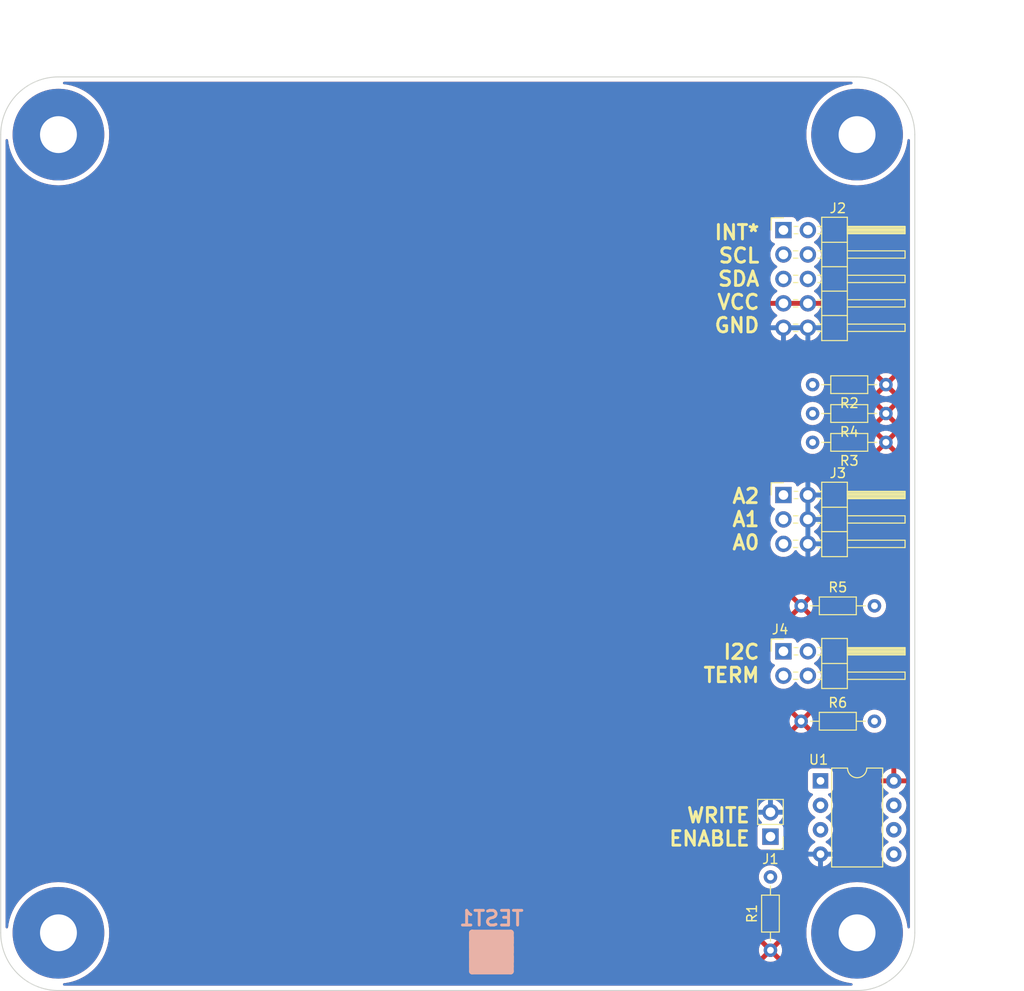
<source format=kicad_pcb>
(kicad_pcb (version 20211014) (generator pcbnew)
  (layers (0 "F.Cu" signal) (31 "B.Cu" signal) (34 "B.Paste" user) (35 "F.Paste" user) (36 "B.SilkS" user "B.Silkscreen") (37 "F.SilkS" user "F.Silkscreen") (38 "B.Mask" user) (39 "F.Mask" user) (44 "Edge.Cuts" user))
  (net 0 "")
  (net 1 "Net-(J1-Pad1)")
  (net 2 "GND")
  (net 5 "/SCL")
  (net 6 "/SDA")
  (net 7 "VCC")
  (net 8 "/A2")
  (net 9 "/A1")
  (net 10 "/A0")
  (net 11 "Net-(J4-Pad2)")
  (net 12 "Net-(J4-Pad4)")
  (footprint "Resistor_THT:R_Axial_DIN0204_L3.6mm_D1.6mm_P7.62mm_Horizontal" (layer "F.Cu") (at 138.19 82)
    (fp_text reference "R5" (at 3.81 -1.92) (layer "F.SilkS"))
    (fp_text value "2.2K")
    (fp_line (start 6.68 0) (end 5.73 0) (layer "F.SilkS") (width 0.12))
    (fp_line (start 5.73 -0.92) (end 1.89 -0.92) (layer "F.SilkS") (width 0.12))
    (fp_line (start 5.73 0.92) (end 5.73 -0.92) (layer "F.SilkS") (width 0.12))
    (fp_line (start 0.94 0) (end 1.89 0) (layer "F.SilkS") (width 0.12))
    (fp_line (start 1.89 -0.92) (end 1.89 0.92) (layer "F.SilkS") (width 0.12))
    (fp_line (start 1.89 0.92) (end 5.73 0.92) (layer "F.SilkS") (width 0.12))
    (pad "1" thru_hole circle (at 0 0) (size 1.4 1.4) (drill 0.7) (layers *.Cu *.Mask) (net 7 "VCC"))
    (pad "2" thru_hole oval (at 7.62 0) (size 1.4 1.4) (drill 0.7) (layers *.Cu *.Mask) (net 11 "Net-(J4-Pad2)"))
  )
  (footprint "Resistor_THT:R_Axial_DIN0204_L3.6mm_D1.6mm_P7.62mm_Horizontal" (layer "F.Cu") (at 147 59 180)
    (fp_text reference "R2" (at 3.81 -1.92) (layer "F.SilkS"))
    (fp_text value "2.2K")
    (fp_line (start 5.73 -0.92) (end 1.89 -0.92) (layer "F.SilkS") (width 0.12))
    (fp_line (start 1.89 0.92) (end 5.73 0.92) (layer "F.SilkS") (width 0.12))
    (fp_line (start 0.94 0) (end 1.89 0) (layer "F.SilkS") (width 0.12))
    (fp_line (start 5.73 0.92) (end 5.73 -0.92) (layer "F.SilkS") (width 0.12))
    (fp_line (start 1.89 -0.92) (end 1.89 0.92) (layer "F.SilkS") (width 0.12))
    (fp_line (start 6.68 0) (end 5.73 0) (layer "F.SilkS") (width 0.12))
    (pad "1" thru_hole circle (at 0 0 180) (size 1.4 1.4) (drill 0.7) (layers *.Cu *.Mask) (net 7 "VCC"))
    (pad "2" thru_hole oval (at 7.62 0 180) (size 1.4 1.4) (drill 0.7) (layers *.Cu *.Mask) (net 8 "/A2"))
  )
  (footprint "Connector_PinHeader_2.54mm:PinHeader_1x02_P2.54mm_Vertical" (layer "F.Cu") (at 135 106 180)
    (fp_text reference "J1" (at 0 -2.33) (layer "F.SilkS"))
    (fp_text value "Conn_01x02")
    (fp_line (start -1.33 0) (end -1.33 -1.33) (layer "F.SilkS") (width 0.12))
    (fp_line (start -1.33 1.27) (end 1.33 1.27) (layer "F.SilkS") (width 0.12))
    (fp_line (start -1.33 -1.33) (end 0 -1.33) (layer "F.SilkS") (width 0.12))
    (fp_line (start 1.33 1.27) (end 1.33 3.87) (layer "F.SilkS") (width 0.12))
    (fp_line (start -1.33 3.87) (end 1.33 3.87) (layer "F.SilkS") (width 0.12))
    (fp_line (start -1.33 1.27) (end -1.33 3.87) (layer "F.SilkS") (width 0.12))
    (pad "1" thru_hole rect (at 0 0 180) (size 1.7 1.7) (drill 1) (layers *.Cu *.Mask) (net 1 "Net-(J1-Pad1)"))
    (pad "2" thru_hole oval (at 0 2.54 180) (size 1.7 1.7) (drill 1) (layers *.Cu *.Mask) (net 2 "GND"))
  )
  (footprint "Package_DIP:DIP-8_W7.62mm" (layer "F.Cu") (at 140.2 100.2)
    (fp_text reference "U1" (at -0.2 -2.2) (layer "F.SilkS"))
    (fp_text value "24lC024")
    (fp_line (start 6.46 8.95) (end 6.46 -1.33) (layer "F.SilkS") (width 0.12))
    (fp_line (start 2.81 -1.33) (end 1.16 -1.33) (layer "F.SilkS") (width 0.12))
    (fp_line (start 1.16 8.95) (end 6.46 8.95) (layer "F.SilkS") (width 0.12))
    (fp_line (start 6.46 -1.33) (end 4.81 -1.33) (layer "F.SilkS") (width 0.12))
    (fp_line (start 1.16 -1.33) (end 1.16 8.95) (layer "F.SilkS") (width 0.12))
    (fp_arc (start 4.81 -1.33) (mid 3.81 -0.33) (end 2.81 -1.33) (layer "F.SilkS") (width 0.12))
    (pad "1" thru_hole rect (at 0 0) (size 1.6 1.6) (drill 0.8) (layers *.Cu *.Mask) (net 10 "/A0"))
    (pad "2" thru_hole oval (at 0 2.54) (size 1.6 1.6) (drill 0.8) (layers *.Cu *.Mask) (net 9 "/A1"))
    (pad "3" thru_hole oval (at 0 5.08) (size 1.6 1.6) (drill 0.8) (layers *.Cu *.Mask) (net 8 "/A2"))
    (pad "4" thru_hole oval (at 0 7.62) (size 1.6 1.6) (drill 0.8) (layers *.Cu *.Mask) (net 2 "GND"))
    (pad "5" thru_hole oval (at 7.62 7.62) (size 1.6 1.6) (drill 0.8) (layers *.Cu *.Mask) (net 6 "/SDA"))
    (pad "6" thru_hole oval (at 7.62 5.08) (size 1.6 1.6) (drill 0.8) (layers *.Cu *.Mask) (net 5 "/SCL"))
    (pad "7" thru_hole oval (at 7.62 2.54) (size 1.6 1.6) (drill 0.8) (layers *.Cu *.Mask) (net 1 "Net-(J1-Pad1)"))
    (pad "8" thru_hole oval (at 7.62 0) (size 1.6 1.6) (drill 0.8) (layers *.Cu *.Mask) (net 7 "VCC"))
  )
  (footprint "LandBoards_MountHoles:MTG-6-32" (layer "F.Cu") (at 144 33)
    (fp_text reference "MTG4" hide)
    (fp_text value "MTG_HOLE" hide)
    (pad "1" thru_hole circle locked (at 0 0) (size 9.525 9.525) (drill 3.8354) (layers *.Cu *.Mask) (clearance 0.508))
  )
  (footprint "Resistor_THT:R_Axial_DIN0204_L3.6mm_D1.6mm_P7.62mm_Horizontal" (layer "F.Cu") (at 135 117.81 90)
    (fp_text reference "R1" (at 3.81 -1.92 90) (layer "F.SilkS"))
    (fp_text value "1K")
    (fp_line (start 1.89 -0.92) (end 1.89 0.92) (layer "F.SilkS") (width 0.12))
    (fp_line (start 1.89 0.92) (end 5.73 0.92) (layer "F.SilkS") (width 0.12))
    (fp_line (start 6.68 0) (end 5.73 0) (layer "F.SilkS") (width 0.12))
    (fp_line (start 5.73 0.92) (end 5.73 -0.92) (layer "F.SilkS") (width 0.12))
    (fp_line (start 0.94 0) (end 1.89 0) (layer "F.SilkS") (width 0.12))
    (fp_line (start 5.73 -0.92) (end 1.89 -0.92) (layer "F.SilkS") (width 0.12))
    (pad "1" thru_hole circle (at 0 0 90) (size 1.4 1.4) (drill 0.7) (layers *.Cu *.Mask) (net 7 "VCC"))
    (pad "2" thru_hole oval (at 7.62 0 90) (size 1.4 1.4) (drill 0.7) (layers *.Cu *.Mask) (net 1 "Net-(J1-Pad1)"))
  )
  (footprint "Connector_PinHeader_2.54mm:PinHeader_2x02_P2.54mm_Horizontal" (layer "F.Cu") (at 136.35 86.725)
    (fp_text reference "J4" (at -0.35 -2.27) (layer "F.SilkS"))
    (fp_text value "Conn_02x02_Odd_Even")
    (fp_line (start 3.582929 0.38) (end 3.98 0.38) (layer "F.SilkS") (width 0.12))
    (fp_line (start 3.98 3.87) (end 6.64 3.87) (layer "F.SilkS") (width 0.12))
    (fp_line (start 6.64 -1.33) (end 3.98 -1.33) (layer "F.SilkS") (width 0.12))
    (fp_line (start 1.042929 2.16) (end 1.497071 2.16) (layer "F.SilkS") (width 0.12))
    (fp_line (start 1.042929 2.92) (end 1.497071 2.92) (layer "F.SilkS") (width 0.12))
    (fp_line (start -1.27 -1.27) (end 0 -1.27) (layer "F.SilkS") (width 0.12))
    (fp_line (start 3.582929 -0.38) (end 3.98 -0.38) (layer "F.SilkS") (width 0.12))
    (fp_line (start 6.64 3.87) (end 6.64 -1.33) (layer "F.SilkS") (width 0.12))
    (fp_line (start 3.582929 2.16) (end 3.98 2.16) (layer "F.SilkS") (width 0.12))
    (fp_line (start 6.64 0.28) (end 12.64 0.28) (layer "F.SilkS") (width 0.12))
    (fp_line (start 6.64 -0.38) (end 12.64 -0.38) (layer "F.SilkS") (width 0.12))
    (fp_line (start -1.27 0) (end -1.27 -1.27) (layer "F.SilkS") (width 0.12))
    (fp_line (start 6.64 0.16) (end 12.64 0.16) (layer "F.SilkS") (width 0.12))
    (fp_line (start 6.64 2.16) (end 12.64 2.16) (layer "F.SilkS") (width 0.12))
    (fp_line (start 6.64 -0.32) (end 12.64 -0.32) (layer "F.SilkS") (width 0.12))
    (fp_line (start 6.64 -0.08) (end 12.64 -0.08) (layer "F.SilkS") (width 0.12))
    (fp_line (start 3.582929 2.92) (end 3.98 2.92) (layer "F.SilkS") (width 0.12))
    (fp_line (start 1.11 -0.38) (end 1.497071 -0.38) (layer "F.SilkS") (width 0.12))
    (fp_line (start 12.64 -0.38) (end 12.64 0.38) (layer "F.SilkS") (width 0.12))
    (fp_line (start 12.64 0.38) (end 6.64 0.38) (layer "F.SilkS") (width 0.12))
    (fp_line (start 1.11 0.38) (end 1.497071 0.38) (layer "F.SilkS") (width 0.12))
    (fp_line (start 6.64 0.04) (end 12.64 0.04) (layer "F.SilkS") (width 0.12))
    (fp_line (start 12.64 2.92) (end 6.64 2.92) (layer "F.SilkS") (width 0.12))
    (fp_line (start 12.64 2.16) (end 12.64 2.92) (layer "F.SilkS") (width 0.12))
    (fp_line (start 3.98 -1.33) (end 3.98 3.87) (layer "F.SilkS") (width 0.12))
    (fp_line (start 3.98 1.27) (end 6.64 1.27) (layer "F.SilkS") (width 0.12))
    (fp_line (start 6.64 -0.2) (end 12.64 -0.2) (layer "F.SilkS") (width 0.12))
    (pad "1" thru_hole rect (at 0 0) (size 1.7 1.7) (drill 1) (layers *.Cu *.Mask) (net 6 "/SDA"))
    (pad "2" thru_hole oval (at 2.54 0) (size 1.7 1.7) (drill 1) (layers *.Cu *.Mask) (net 11 "Net-(J4-Pad2)"))
    (pad "3" thru_hole oval (at 0 2.54) (size 1.7 1.7) (drill 1) (layers *.Cu *.Mask) (net 5 "/SCL"))
    (pad "4" thru_hole oval (at 2.54 2.54) (size 1.7 1.7) (drill 1) (layers *.Cu *.Mask) (net 12 "Net-(J4-Pad4)"))
  )
  (footprint "Connector_PinHeader_2.54mm:PinHeader_2x05_P2.54mm_Horizontal" (layer "F.Cu") (at 136.35 42.925)
    (fp_text reference "J2" (at 5.655 -2.27) (layer "F.SilkS"))
    (fp_text value "Conn_02x05_Odd_Even")
    (fp_line (start 3.98 6.35) (end 6.64 6.35) (layer "F.SilkS") (width 0.12))
    (fp_line (start 6.64 11.49) (end 6.64 -1.33) (layer "F.SilkS") (width 0.12))
    (fp_line (start 6.64 -0.2) (end 12.64 -0.2) (layer "F.SilkS") (width 0.12))
    (fp_line (start 3.582929 9.78) (end 3.98 9.78) (layer "F.SilkS") (width 0.12))
    (fp_line (start 3.582929 -0.38) (end 3.98 -0.38) (layer "F.SilkS") (width 0.12))
    (fp_line (start 6.64 0.04) (end 12.64 0.04) (layer "F.SilkS") (width 0.12))
    (fp_line (start 3.582929 2.92) (end 3.98 2.92) (layer "F.SilkS") (width 0.12))
    (fp_line (start 12.64 9.78) (end 12.64 10.54) (layer "F.SilkS") (width 0.12))
    (fp_line (start 1.042929 10.54) (end 1.497071 10.54) (layer "F.SilkS") (width 0.12))
    (fp_line (start 3.582929 0.38) (end 3.98 0.38) (layer "F.SilkS") (width 0.12))
    (fp_line (start 12.64 10.54) (end 6.64 10.54) (layer "F.SilkS") (width 0.12))
    (fp_line (start 6.64 4.7) (end 12.64 4.7) (layer "F.SilkS") (width 0.12))
    (fp_line (start 1.042929 7.24) (end 1.497071 7.24) (layer "F.SilkS") (width 0.12))
    (fp_line (start 12.64 7.24) (end 12.64 8) (layer "F.SilkS") (width 0.12))
    (fp_line (start -1.27 -1.27) (end 0 -1.27) (layer "F.SilkS") (width 0.12))
    (fp_line (start 12.64 5.46) (end 6.64 5.46) (layer "F.SilkS") (width 0.12))
    (fp_line (start 12.64 2.92) (end 6.64 2.92) (layer "F.SilkS") (width 0.12))
    (fp_line (start 6.64 2.16) (end 12.64 2.16) (layer "F.SilkS") (width 0.12))
    (fp_line (start 3.98 3.81) (end 6.64 3.81) (layer "F.SilkS") (width 0.12))
    (fp_line (start 12.64 0.38) (end 6.64 0.38) (layer "F.SilkS") (width 0.12))
    (fp_line (start 6.64 -1.33) (end 3.98 -1.33) (layer "F.SilkS") (width 0.12))
    (fp_line (start 3.582929 8) (end 3.98 8) (layer "F.SilkS") (width 0.12))
    (fp_line (start 6.64 -0.38) (end 12.64 -0.38) (layer "F.SilkS") (width 0.12))
    (fp_line (start 3.582929 5.46) (end 3.98 5.46) (layer "F.SilkS") (width 0.12))
    (fp_line (start 1.042929 8) (end 1.497071 8) (layer "F.SilkS") (width 0.12))
    (fp_line (start 12.64 4.7) (end 12.64 5.46) (layer "F.SilkS") (width 0.12))
    (fp_line (start 3.98 8.89) (end 6.64 8.89) (layer "F.SilkS") (width 0.12))
    (fp_line (start 3.582929 2.16) (end 3.98 2.16) (layer "F.SilkS") (width 0.12))
    (fp_line (start 6.64 -0.32) (end 12.64 -0.32) (layer "F.SilkS") (width 0.12))
    (fp_line (start 12.64 2.16) (end 12.64 2.92) (layer "F.SilkS") (width 0.12))
    (fp_line (start 6.64 0.28) (end 12.64 0.28) (layer "F.SilkS") (width 0.12))
    (fp_line (start 1.042929 4.7) (end 1.497071 4.7) (layer "F.SilkS") (width 0.12))
    (fp_line (start 12.64 -0.38) (end 12.64 0.38) (layer "F.SilkS") (width 0.12))
    (fp_line (start 1.042929 2.16) (end 1.497071 2.16) (layer "F.SilkS") (width 0.12))
    (fp_line (start 6.64 9.78) (end 12.64 9.78) (layer "F.SilkS") (width 0.12))
    (fp_line (start 1.042929 2.92) (end 1.497071 2.92) (layer "F.SilkS") (width 0.12))
    (fp_line (start 1.11 -0.38) (end 1.497071 -0.38) (layer "F.SilkS") (width 0.12))
    (fp_line (start 6.64 -0.08) (end 12.64 -0.08) (layer "F.SilkS") (width 0.12))
    (fp_line (start 6.64 0.16) (end 12.64 0.16) (layer "F.SilkS") (width 0.12))
    (fp_line (start 1.042929 9.78) (end 1.497071 9.78) (layer "F.SilkS") (width 0.12))
    (fp_line (start 1.042929 5.46) (end 1.497071 5.46) (layer "F.SilkS") (width 0.12))
    (fp_line (start 3.98 -1.33) (end 3.98 11.49) (layer "F.SilkS") (width 0.12))
    (fp_line (start -1.27 0) (end -1.27 -1.27) (layer "F.SilkS") (width 0.12))
    (fp_line (start 3.582929 4.7) (end 3.98 4.7) (layer "F.SilkS") (width 0.12))
    (fp_line (start 6.64 7.24) (end 12.64 7.24) (layer "F.SilkS") (width 0.12))
    (fp_line (start 1.11 0.38) (end 1.497071 0.38) (layer "F.SilkS") (width 0.12))
    (fp_line (start 3.582929 10.54) (end 3.98 10.54) (layer "F.SilkS") (width 0.12))
    (fp_line (start 3.98 1.27) (end 6.64 1.27) (layer "F.SilkS") (width 0.12))
    (fp_line (start 12.64 8) (end 6.64 8) (layer "F.SilkS") (width 0.12))
    (fp_line (start 3.98 11.49) (end 6.64 11.49) (layer "F.SilkS") (width 0.12))
    (fp_line (start 3.582929 7.24) (end 3.98 7.24) (layer "F.SilkS") (width 0.12))
    (pad "1" thru_hole rect (at 0 0) (size 1.7 1.7) (drill 1) (layers *.Cu *.Mask))
    (pad "2" thru_hole oval (at 2.54 0) (size 1.7 1.7) (drill 1) (layers *.Cu *.Mask))
    (pad "3" thru_hole oval (at 0 2.54) (size 1.7 1.7) (drill 1) (layers *.Cu *.Mask) (net 5 "/SCL"))
    (pad "4" thru_hole oval (at 2.54 2.54) (size 1.7 1.7) (drill 1) (layers *.Cu *.Mask) (net 5 "/SCL"))
    (pad "5" thru_hole oval (at 0 5.08) (size 1.7 1.7) (drill 1) (layers *.Cu *.Mask) (net 6 "/SDA"))
    (pad "6" thru_hole oval (at 2.54 5.08) (size 1.7 1.7) (drill 1) (layers *.Cu *.Mask) (net 6 "/SDA"))
    (pad "7" thru_hole oval (at 0 7.62) (size 1.7 1.7) (drill 1) (layers *.Cu *.Mask) (net 7 "VCC"))
    (pad "8" thru_hole oval (at 2.54 7.62) (size 1.7 1.7) (drill 1) (layers *.Cu *.Mask) (net 7 "VCC"))
    (pad "9" thru_hole oval (at 0 10.16) (size 1.7 1.7) (drill 1) (layers *.Cu *.Mask) (net 2 "GND"))
    (pad "10" thru_hole oval (at 2.54 10.16) (size 1.7 1.7) (drill 1) (layers *.Cu *.Mask) (net 2 "GND"))
  )
  (footprint "LandBoards_MountHoles:MTG-6-32" (layer "F.Cu") (at 61 116)
    (fp_text reference "MTG1" hide)
    (fp_text value "MTG_HOLE" hide)
    (pad "1" thru_hole circle locked (at 0 0) (size 9.525 9.525) (drill 3.8354) (layers *.Cu *.Mask) (clearance 0.508))
  )
  (footprint "Resistor_THT:R_Axial_DIN0204_L3.6mm_D1.6mm_P7.62mm_Horizontal" (layer "F.Cu") (at 147 62 180)
    (fp_text reference "R4" (at 3.81 -1.92) (layer "F.SilkS"))
    (fp_text value "2.2K")
    (fp_line (start 1.89 -0.92) (end 1.89 0.92) (layer "F.SilkS") (width 0.12))
    (fp_line (start 0.94 0) (end 1.89 0) (layer "F.SilkS") (width 0.12))
    (fp_line (start 1.89 0.92) (end 5.73 0.92) (layer "F.SilkS") (width 0.12))
    (fp_line (start 5.73 -0.92) (end 1.89 -0.92) (layer "F.SilkS") (width 0.12))
    (fp_line (start 6.68 0) (end 5.73 0) (layer "F.SilkS") (width 0.12))
    (fp_line (start 5.73 0.92) (end 5.73 -0.92) (layer "F.SilkS") (width 0.12))
    (pad "1" thru_hole circle (at 0 0 180) (size 1.4 1.4) (drill 0.7) (layers *.Cu *.Mask) (net 7 "VCC"))
    (pad "2" thru_hole oval (at 7.62 0 180) (size 1.4 1.4) (drill 0.7) (layers *.Cu *.Mask) (net 10 "/A0"))
  )
  (footprint "Connector_PinHeader_2.54mm:PinHeader_2x03_P2.54mm_Horizontal" (layer "F.Cu") (at 136.35 70.475)
    (fp_text reference "J3" (at 5.655 -2.27) (layer "F.SilkS"))
    (fp_text value "Conn_02x03_Counter_Clockwise")
    (fp_line (start 3.98 3.81) (end 6.64 3.81) (layer "F.SilkS") (width 0.12))
    (fp_line (start 3.582929 2.92) (end 3.98 2.92) (layer "F.SilkS") (width 0.12))
    (fp_line (start 6.64 2.16) (end 12.64 2.16) (layer "F.SilkS") (width 0.12))
    (fp_line (start 12.64 0.38) (end 6.64 0.38) (layer "F.SilkS") (width 0.12))
    (fp_line (start 1.11 0.38) (end 1.497071 0.38) (layer "F.SilkS") (width 0.12))
    (fp_line (start 6.64 4.7) (end 12.64 4.7) (layer "F.SilkS") (width 0.12))
    (fp_line (start 6.64 -1.33) (end 3.98 -1.33) (layer "F.SilkS") (width 0.12))
    (fp_line (start 6.64 -0.08) (end 12.64 -0.08) (layer "F.SilkS") (width 0.12))
    (fp_line (start 6.64 0.28) (end 12.64 0.28) (layer "F.SilkS") (width 0.12))
    (fp_line (start 12.64 2.16) (end 12.64 2.92) (layer "F.SilkS") (width 0.12))
    (fp_line (start 12.64 4.7) (end 12.64 5.46) (layer "F.SilkS") (width 0.12))
    (fp_line (start 6.64 -0.32) (end 12.64 -0.32) (layer "F.SilkS") (width 0.12))
    (fp_line (start 12.64 5.46) (end 6.64 5.46) (layer "F.SilkS") (width 0.12))
    (fp_line (start 1.042929 2.92) (end 1.497071 2.92) (layer "F.SilkS") (width 0.12))
    (fp_line (start -1.27 -1.27) (end 0 -1.27) (layer "F.SilkS") (width 0.12))
    (fp_line (start 3.582929 0.38) (end 3.98 0.38) (layer "F.SilkS") (width 0.12))
    (fp_line (start 1.11 -0.38) (end 1.497071 -0.38) (layer "F.SilkS") (width 0.12))
    (fp_line (start 6.64 -0.38) (end 12.64 -0.38) (layer "F.SilkS") (width 0.12))
    (fp_line (start 1.042929 5.46) (end 1.497071 5.46) (layer "F.SilkS") (width 0.12))
    (fp_line (start 12.64 -0.38) (end 12.64 0.38) (layer "F.SilkS") (width 0.12))
    (fp_line (start 6.64 0.16) (end 12.64 0.16) (layer "F.SilkS") (width 0.12))
    (fp_line (start 6.64 0.04) (end 12.64 0.04) (layer "F.SilkS") (width 0.12))
    (fp_line (start 3.98 -1.33) (end 3.98 6.41) (layer "F.SilkS") (width 0.12))
    (fp_line (start 1.042929 2.16) (end 1.497071 2.16) (layer "F.SilkS") (width 0.12))
    (fp_line (start 3.582929 2.16) (end 3.98 2.16) (layer "F.SilkS") (width 0.12))
    (fp_line (start 3.582929 4.7) (end 3.98 4.7) (layer "F.SilkS") (width 0.12))
    (fp_line (start 6.64 6.41) (end 6.64 -1.33) (layer "F.SilkS") (width 0.12))
    (fp_line (start 3.582929 -0.38) (end 3.98 -0.38) (layer "F.SilkS") (width 0.12))
    (fp_line (start 3.98 1.27) (end 6.64 1.27) (layer "F.SilkS") (width 0.12))
    (fp_line (start 3.582929 5.46) (end 3.98 5.46) (layer "F.SilkS") (width 0.12))
    (fp_line (start 12.64 2.92) (end 6.64 2.92) (layer "F.SilkS") (width 0.12))
    (fp_line (start 3.98 6.41) (end 6.64 6.41) (layer "F.SilkS") (width 0.12))
    (fp_line (start 1.042929 4.7) (end 1.497071 4.7) (layer "F.SilkS") (width 0.12))
    (fp_line (start 6.64 -0.2) (end 12.64 -0.2) (layer "F.SilkS") (width 0.12))
    (fp_line (start -1.27 0) (end -1.27 -1.27) (layer "F.SilkS") (width 0.12))
    (pad "1" thru_hole rect (at 0 0) (size 1.7 1.7) (drill 1) (layers *.Cu *.Mask) (net 8 "/A2"))
    (pad "2" thru_hole oval (at 2.54 0) (size 1.7 1.7) (drill 1) (layers *.Cu *.Mask) (net 2 "GND"))
    (pad "3" thru_hole oval (at 0 2.54) (size 1.7 1.7) (drill 1) (layers *.Cu *.Mask) (net 9 "/A1"))
    (pad "4" thru_hole oval (at 2.54 2.54) (size 1.7 1.7) (drill 1) (layers *.Cu *.Mask) (net 2 "GND"))
    (pad "5" thru_hole oval (at 0 5.08) (size 1.7 1.7) (drill 1) (layers *.Cu *.Mask) (net 10 "/A0"))
    (pad "6" thru_hole oval (at 2.54 5.08) (size 1.7 1.7) (drill 1) (layers *.Cu *.Mask) (net 2 "GND"))
  )
  (footprint "Resistor_THT:R_Axial_DIN0204_L3.6mm_D1.6mm_P7.62mm_Horizontal" (layer "F.Cu") (at 138.19 94)
    (fp_text reference "R6" (at 3.81 -1.92) (layer "F.SilkS"))
    (fp_text value "2.2K")
    (fp_line (start 1.89 0.92) (end 5.73 0.92) (layer "F.SilkS") (width 0.12))
    (fp_line (start 0.94 0) (end 1.89 0) (layer "F.SilkS") (width 0.12))
    (fp_line (start 6.68 0) (end 5.73 0) (layer "F.SilkS") (width 0.12))
    (fp_line (start 5.73 -0.92) (end 1.89 -0.92) (layer "F.SilkS") (width 0.12))
    (fp_line (start 5.73 0.92) (end 5.73 -0.92) (layer "F.SilkS") (width 0.12))
    (fp_line (start 1.89 -0.92) (end 1.89 0.92) (layer "F.SilkS") (width 0.12))
    (pad "1" thru_hole circle (at 0 0) (size 1.4 1.4) (drill 0.7) (layers *.Cu *.Mask) (net 7 "VCC"))
    (pad "2" thru_hole oval (at 7.62 0) (size 1.4 1.4) (drill 0.7) (layers *.Cu *.Mask) (net 12 "Net-(J4-Pad4)"))
  )
  (footprint "LandBoards_Marking:TEST_BLK-REAR" (layer "F.Cu") (at 106 118)
    (fp_text reference "TEST1" (at 0 -3.5) (layer "B.SilkS") (effects (font (size 1.524 1.524) (thickness 0.3048)) (justify mirror)))
    (fp_text value "TEST_COUPON" hide)
    (fp_line (start 2 -0.5) (end 2 0) (layer "B.SilkS") (width 0.65))
    (fp_line (start 2 0) (end -2 0) (layer "B.SilkS") (width 0.65))
    (fp_line (start -2 2) (end -2 -2) (layer "B.SilkS") (width 0.65))
    (fp_line (start -2 -2) (end -2 -1.5) (layer "B.SilkS") (width 0.65))
    (fp_line (start -2 1) (end -2 1.5) (layer "B.SilkS") (width 0.65))
    (fp_line (start -2 -2) (end 2 -2) (layer "B.SilkS") (width 0.65))
    (fp_line (start 2 1) (end -2 1) (layer "B.SilkS") (width 0.65))
    (fp_line (start -2 -0.5) (end 2 -0.5) (layer "B.SilkS") (width 0.65))
    (fp_line (start 2 2) (end -2 2) (layer "B.SilkS") (width 0.65))
    (fp_line (start -2 1.5) (end 2 1.5) (layer "B.SilkS") (width 0.65))
    (fp_line (start 2 -1.5) (end 2 -1) (layer "B.SilkS") (width 0.65))
    (fp_line (start 2 0.5) (end 2 1) (layer "B.SilkS") (width 0.65))
    (fp_line (start 1.5 0.5) (end 2 0.5) (layer "B.SilkS") (width 0.65))
    (fp_line (start -2 -1) (end -2 -0.5) (layer "B.SilkS") (width 0.65))
    (fp_line (start -2 0.5) (end 1.5 0.5) (layer "B.SilkS") (width 0.65))
    (fp_line (start -2 0) (end -2 0.5) (layer "B.SilkS") (width 0.65))
    (fp_line (start -2 -1.5) (end 2 -1.5) (layer "B.SilkS") (width 0.65))
    (fp_line (start 2 -2) (end 2 2) (layer "B.SilkS") (width 0.65))
    (fp_line (start 2 -1) (end -2 -1) (layer "B.SilkS") (width 0.65))
  )
  (footprint "Resistor_THT:R_Axial_DIN0204_L3.6mm_D1.6mm_P7.62mm_Horizontal" (layer "F.Cu") (at 147 65 180)
    (fp_text reference "R3" (at 3.81 -1.92) (layer "F.SilkS"))
    (fp_text value "2.2K")
    (fp_line (start 5.73 -0.92) (end 1.89 -0.92) (layer "F.SilkS") (width 0.12))
    (fp_line (start 0.94 0) (end 1.89 0) (layer "F.SilkS") (width 0.12))
    (fp_line (start 1.89 0.92) (end 5.73 0.92) (layer "F.SilkS") (width 0.12))
    (fp_line (start 1.89 -0.92) (end 1.89 0.92) (layer "F.SilkS") (width 0.12))
    (fp_line (start 6.68 0) (end 5.73 0) (layer "F.SilkS") (width 0.12))
    (fp_line (start 5.73 0.92) (end 5.73 -0.92) (layer "F.SilkS") (width 0.12))
    (pad "1" thru_hole circle (at 0 0 180) (size 1.4 1.4) (drill 0.7) (layers *.Cu *.Mask) (net 7 "VCC"))
    (pad "2" thru_hole oval (at 7.62 0 180) (size 1.4 1.4) (drill 0.7) (layers *.Cu *.Mask) (net 9 "/A1"))
  )
  (footprint "LandBoards_MountHoles:MTG-6-32" (layer "F.Cu") (at 144 116)
    (fp_text reference "MTG2" hide)
    (fp_text value "MTG_HOLE" hide)
    (pad "1" thru_hole circle locked (at 0 0) (size 9.525 9.525) (drill 3.8354) (layers *.Cu *.Mask) (clearance 0.508))
  )
  (footprint "LandBoards_MountHoles:MTG-6-32" (layer "F.Cu") (at 61 33)
    (fp_text reference "MTG3" hide)
    (fp_text value "MTG_HOLE" hide)
    (pad "1" thru_hole circle locked (at 0 0) (size 9.525 9.525) (drill 3.8354) (layers *.Cu *.Mask) (clearance 0.508))
  )
  (gr_line (start 144 27) (end 61 27) (layer "Edge.Cuts") (width 0.1))
  (gr_arc (start 61 122) (mid 56.757359 120.242641) (end 55 116) (layer "Edge.Cuts") (width 0.1))
  (gr_line (start 55 33) (end 55 116) (layer "Edge.Cuts") (width 0.1))
  (gr_arc (start 55 33) (mid 56.757359 28.757359) (end 61 27) (layer "Edge.Cuts") (width 0.1))
  (gr_arc (start 150 116) (mid 148.242641 120.242641) (end 144 122) (layer "Edge.Cuts") (width 0.1))
  (gr_arc (start 144 27) (mid 148.242641 28.757359) (end 150 33) (layer "Edge.Cuts") (width 0.1))
  (gr_line (start 61 122) (end 144 122) (layer "Edge.Cuts") (width 0.1))
  (gr_line (start 150 116) (end 150 33) (layer "Edge.Cuts") (width 0.1))
  (gr_text "WRITE\nENABLE" (at 133 105) (layer "F.SilkS") (effects (font (size 1.5 1.5) (thickness 0.3)) (justify right)))
  (gr_text "INT*\nSCL\nSDA\nVCC\nGND" (at 134 48) (layer "F.SilkS") (effects (font (size 1.5 1.5) (thickness 0.3)) (justify right)))
  (gr_text "A2\nA1\nA0" (at 134 73) (layer "F.SilkS") (effects (font (size 1.5 1.5) (thickness 0.3)) (justify right)))
  (gr_text "I2C\nTERM" (at 134 88) (layer "F.SilkS") (effects (font (size 1.5 1.5) (thickness 0.3)) (justify right)))
  (zone (net 7) (net_name "VCC") (layer "F.Cu") (connect_pads (clearance 0.508)) (min_thickness 0.254) (fill yes (thermal_gap 0.508) (thermal_bridge_width 0.508))
    (polygon (pts (xy 148 29) (xy 150 33) (xy 150 116) (xy 148 120) (xy 144 122) (xy 61 122) (xy 56 119) (xy 55 115) (xy 55 32) (xy 57 28) (xy 61 27) (xy 144 27)))
  )
  (zone (net 2) (net_name "GND") (layer "B.Cu") (connect_pads (clearance 0.508)) (min_thickness 0.254) (fill yes (thermal_gap 0.508) (thermal_bridge_width 0.508))
    (polygon (pts (xy 148 29) (xy 150 33) (xy 150 116) (xy 148 120) (xy 144 122) (xy 61 122) (xy 56 119) (xy 55 115) (xy 55 32) (xy 57 29) (xy 61 27) (xy 144 27)))
  )
)
</source>
